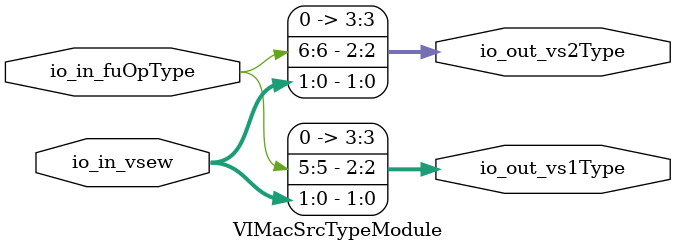
<source format=v>
module VIMacSrcTypeModule(
  input  [8:0] io_in_fuOpType,
  input  [1:0] io_in_vsew,
  output [3:0] io_out_vs1Type,
  output [3:0] io_out_vs2Type
);

  assign io_out_vs1Type = {1'h0, io_in_fuOpType[5], io_in_vsew};
  assign io_out_vs2Type = {1'h0, io_in_fuOpType[6], io_in_vsew};
endmodule


</source>
